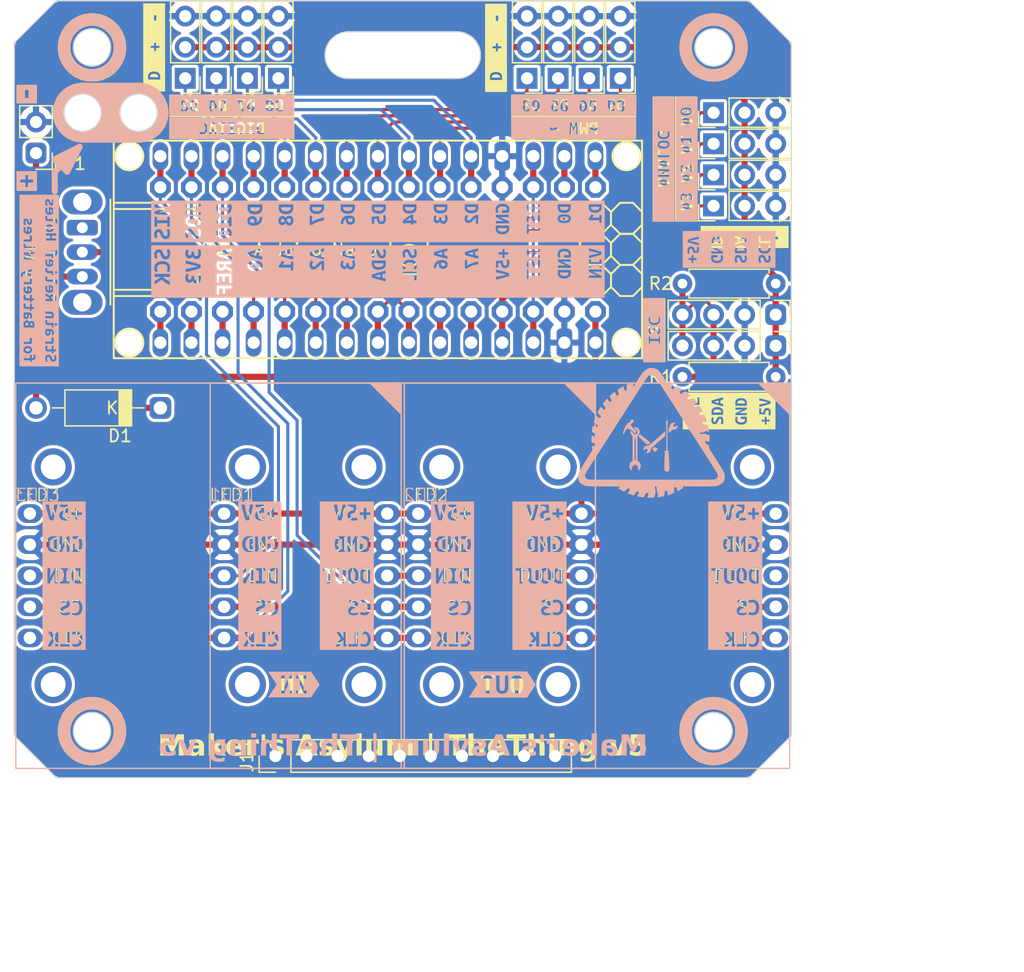
<source format=kicad_pcb>
(kicad_pcb (version 20240108) (generator "pcbnew") (generator_version "8.0")
  (title_block (title "TheThing") (date "2024-09-02") (rev "v5") (company "Maker's Asylum"))
  (layers (0 "F.Cu" signal) (31 "B.Cu" signal) (36 "B.SilkS" user "B.Silkscreen") (37 "F.SilkS" user "F.Silkscreen") (38 "B.Mask" user) (39 "F.Mask" user) (44 "Edge.Cuts" user))
  (net 0 "")
  (net 1 "/SCL")
  (net 2 "/SDA")
  (net 3 "GND")
  (net 4 "5V")
  (net 5 "/D5")
  (net 6 "/D6")
  (net 7 "D2")
  (net 8 "D4")
  (net 9 "/D9")
  (net 10 "/D10")
  (net 11 "/MOSI")
  (net 12 "/MISO")
  (net 13 "/SCK")
  (net 14 "/RST1")
  (net 15 "/D0")
  (net 16 "/D1")
  (net 17 "/A7")
  (net 18 "/A6")
  (net 19 "/A3")
  (net 20 "/A2")
  (net 21 "D7")
  (net 22 "D8")
  (net 23 "/AREF")
  (net 24 "/3V3")
  (net 25 "/VIN")
  (net 26 "/9V")
  (net 27 "/8V3")
  (net 28 "/DOUT")
  (net 30 "D3")
  (net 31 "A0")
  (net 32 "A1")
  (footprint "BagTag:PinHeader_1x03_P2.54mm_Vertical" (layer "F.Cu") (at 90.17 52.055 180)
    (property "Reference" "J10" (hide yes))
    (property "Value" "Conn_01x03" (hide yes))
  )
  (footprint "BagTag:PinHeader_1x03_P2.54mm_Vertical" (layer "F.Cu") (at 97.79 52.055 180)
    (property "Reference" "J7" (hide yes))
    (property "Value" "Conn_01x03" (hide yes))
  )
  (footprint "BagTag:PinHeader_1x01_P2.54mm_Vertical" (layer "F.Cu") (at 67.818 71.12)
    (property "Reference" "J43" (hide yes))
    (property "Value" "A0" (hide yes))
  )
  (footprint "BagTag:PinHeader_1x01_P2.54mm_Vertical" (layer "F.Cu") (at 65.278 71.12)
    (property "Reference" "J44" (hide yes))
    (property "Value" "AREF" (hide yes))
  )
  (footprint "kibuzzard-6640BF00" (layer "F.Cu") (at 101.3206 58.6486 90)
    (property "Reference" "kibuzzard-6640BF00" (hide yes))
    (property "Value" "G***" (hide yes))
  )
  (footprint "BagTag:PinHeader_1x01_P2.54mm_Vertical" (layer "F.Cu") (at 75.438 71.12)
    (property "Reference" "J40" (hide yes))
    (property "Value" "A3" (hide yes))
  )
  (footprint "kibuzzard-6640BFA2" (layer "F.Cu") (at 66.04 54.3306)
    (property "Reference" "kibuzzard-6640BFA2" (hide yes))
    (property "Value" "G***" (hide yes))
  )
  (footprint "kibuzzard-6640C421" (layer "F.Cu") (at 59.69 49.53 90)
    (property "Reference" "kibuzzard-6640C421" (hide yes))
    (property "Value" "G***" (hide yes))
  )
  (footprint "BagTag:PinHeader_1x03_P2.54mm_Vertical" (layer "F.Cu") (at 105.41 59.944 90)
    (property "Reference" "J13" (hide yes))
    (property "Value" "Conn_01x03" (hide yes))
  )
  (footprint "BagTag:PinHeader_1x03_P2.54mm_Vertical" (layer "F.Cu") (at 62.23 52.055 180)
    (property "Reference" "J6" (hide yes))
    (property "Value" "Conn_01x03" (hide yes))
  )
  (footprint "BagTag:PinHeader_1x01_P2.54mm_Vertical" (layer "F.Cu") (at 88.138 60.96)
    (property "Reference" "J49" (hide yes))
    (property "Value" "GND2" (hide yes))
  )
  (footprint "BagTag:PinHeader_1x01_P2.54mm_Vertical" (layer "F.Cu") (at 70.358 71.12)
    (property "Reference" "J42" (hide yes))
    (property "Value" "A1" (hide yes))
  )
  (footprint "BagTag:PinHeader_1x03_P2.54mm_Vertical" (layer "F.Cu") (at 105.41 54.864 90)
    (property "Reference" "J11" (hide yes))
    (property "Value" "Conn_01x03" (hide yes))
  )
  (footprint "BagTag:PinHeader_1x01_P2.54mm_Vertical" (layer "F.Cu") (at 85.598 60.96)
    (property "Reference" "J20" (hide yes))
    (property "Value" "D2" (hide yes))
  )
  (footprint "kibuzzard-6640BED0" (layer "F.Cu") (at 66.04 56.134)
    (property "Reference" "kibuzzard-6640BED0" (hide yes))
    (property "Value" "G***" (hide yes))
  )
  (footprint "BagTag:PinHeader_1x10_P2.54mm_Vertical" (layer "F.Cu") (at 69.601 107.442 90)
    (property "Reference" "J17")
    (property "Value" "Conn_01x10")
  )
  (footprint "BagTag:LED_matrix_8x8_M1088ASR" (layer "F.Cu") (at 95.885 92.71)
    (property "Reference" "LED2")
    (property "Value" "LED_8x8_1088")
  )
  (footprint "BagTag:PinHeader_1x03_P2.54mm_Vertical" (layer "F.Cu") (at 64.77 52.055 180)
    (property "Reference" "J5" (hide yes))
    (property "Value" "Conn_01x03" (hide yes))
  )
  (footprint "kibuzzard-6640BEF1" (layer "F.Cu") (at 93.98 56.134)
    (property "Reference" "kibuzzard-6640BEF1" (hide yes))
    (property "Value" "G***" (hide yes))
  )
  (footprint "BagTag:LED_matrix_8x8_M1088ASR" (layer "F.Cu") (at 80.01 92.71)
    (property "Reference" "LED1")
    (property "Value" "LED_8x8_1088")
  )
  (footprint "BagTag:PinHeader_1x01_P2.54mm_Vertical" (layer "F.Cu") (at 80.518 60.96)
    (property "Reference" "J22" (hide yes))
    (property "Value" "D4" (hide yes))
  )
  (footprint "BagTag:PinHeader_1x01_P2.54mm_Vertical" (layer "F.Cu") (at 77.978 71.12)
    (property "Reference" "J39" (hide yes))
    (property "Value" "A4" (hide yes))
  )
  (footprint "kibuzzard-6640BF4C" (layer "F.Cu") (at 106.68 79.248 90)
    (property "Reference" "kibuzzard-6640BF4C" (hide yes))
    (property "Value" "G***" (hide yes))
  )
  (footprint "BagTag:PinHeader_1x01_P2.54mm_Vertical" (layer "F.Cu") (at 83.058 71.12)
    (property "Reference" "J37" (hide yes))
    (property "Value" "A6" (hide yes))
  )
  (footprint "kibuzzard-6640C44A" (layer "F.Cu") (at 107.95 65.024)
    (property "Reference" "kibuzzard-6640C44A" (hide yes))
    (property "Value" "G***" (hide yes))
  )
  (footprint "BagTag:PinHeader_1x02_P2.54mm_Vertical" (layer "F.Cu") (at 50.033 58.166 180)
    (property "Reference" "BT1")
    (property "Value" "Bat")
  )
  (footprint "BagTag:PinHeader_1x04_P2.54mm_Vertical" (layer "F.Cu") (at 110.49 71.374 -90)
    (property "Reference" "J2" (hide yes))
    (property "Value" "Conn_I2C" (hide yes))
  )
  (footprint "BagTag:PinHeader_1x01_P2.54mm_Vertical" (layer "F.Cu") (at 62.738 60.96)
    (property "Reference" "J29" (hide yes))
    (property "Value" "D11" (hide yes))
  )
  (footprint "kibuzzard-6640C421" (layer "F.Cu") (at 87.63 49.567066 90)
    (property "Reference" "kibuzzard-6640C421" (hide yes))
    (property "Value" "G***" (hide yes))
  )
  (footprint "BagTag:PinHeader_1x01_P2.54mm_Vertical" (layer "F.Cu") (at 62.738 71.12)
    (property "Reference" "J47" (hide yes))
    (property "Value" "3V3" (hide yes))
  )
  (footprint "kibuzzard-6640BFF1" (layer "F.Cu") (at 103.1494 58.6486 90)
    (property "Reference" "kibuzzard-6640BFF1" (hide yes))
    (property "Value" "G***" (hide yes))
  )
  (footprint "BagTag:PinHeader_1x01_P2.54mm_Vertical" (layer "F.Cu") (at 77.978 60.96)
    (property "Reference" "J23" (hide yes))
    (property "Value" "D5" (hide yes))
  )
  (footprint "BagTag:PinHeader_1x01_P2.54mm_Vertical" (layer "F.Cu") (at 65.278 60.96)
    (property "Reference" "J28" (hide yes))
    (property "Value" "D10" (hide yes))
  )
  (footprint "BagTag:PinHeader_1x01_P2.54mm_Vertical" (layer "F.Cu") (at 93.218 60.96)
    (property "Reference" "J34" (hide yes))
    (property "Value" "D0" (hide yes))
  )
  (footprint "BagTag:PinHeader_1x04_P2.54mm_Vertical" (layer "F.Cu") (at 110.49 73.914 -90)
    (property "Reference" "J1" (hide yes))
    (property "Value" "Conn_I2C" (hide yes))
  )
  (footprint "BagTag:PinHeader_1x01_P2.54mm_Vertical" (layer "F.Cu") (at 90.678 60.96)
    (property "Reference" "J33" (hide yes))
    (property "Value" "RST1" (hide yes))
  )
  (footprint "BagTag:PinHeader_1x01_P2.54mm_Vertical" (layer "F.Cu") (at 85.598 71.12)
    (property "Reference" "J36" (hide yes))
    (property "Value" "A7" (hide yes))
  )
  (footprint "BagTag:PinHeader_1x01_P2.54mm_Vertical" (layer "F.Cu") (at 93.218 71.12)
    (property "Reference" "J48" (hide yes))
    (property "Value" "GND1" (hide yes))
  )
  (footprint "BagTag:kibuzzard-6461CA60" (layer "F.Cu") (at 71.12 101.6)
    (property "Reference" "kibuzzard-6461CA60" (hide yes))
    (property "Value" "G***" (hide yes))
  )
  (footprint "BagTag:PinHeader_1x01_P2.54mm_Vertical" (layer "F.Cu") (at 70.358 60.96)
    (property "Reference" "J26" (hide yes))
    (property "Value" "D8" (hide yes))
  )
  (footprint "BagTag:PinHeader_1x03_P2.54mm_Vertical" (layer "F.Cu") (at 105.41 57.404 90)
    (property "Reference" "J12" (hide yes))
    (property "Value" "Conn_01x03" (hide yes))
  )
  (footprint "BagTag:PinHeader_1x01_P2.54mm_Vertical" (layer "F.Cu") (at 88.138 71.12)
    (property "Reference" "J46" (hide yes))
    (property "Value" "5V" (hide yes))
  )
  (footprint "BagTag:PinHeader_1x01_P2.54mm_Vertical" (layer "F.Cu") (at 83.058 60.96)
    (property "Reference" "J21" (hide yes))
    (property "Value" "D3" (hide yes))
  )
  (footprint "BagTag:PinHeader_1x03_P2.54mm_Vertical" (layer "F.Cu") (at 69.85 52.055 180)
    (property "Reference" "J3" (hide yes))
    (property "Value" "Conn_01x03" (hide yes))
  )
  (footprint "BagTag:kibuzzard-64612FED" (layer "F.Cu") (at 49.276 53.34 90)
    (property "Reference" "kibuzzard-64612FED" (hide yes))
    (property "Value" "G***" (hide yes))
  )
  (footprint "BagTag:PinHeader_1x01_P2.54mm_Vertical" (layer "F.Cu") (at 72.898 71.12)
    (property "Reference" "J41" (hide yes))
    (property "Value" "A2" (hide yes))
  )
  (footprint "BagTag:kibuzzard-6461CA59" (layer "F.Cu") (at 88.138 101.6)
    (property "Reference" "kibuzzard-6461CA59" (hide yes))
    (property "Value" "G***" (hide yes))
  )
  (footprint "BagTag:R_Axial_DIN0207_L6.3mm_D2.5mm_P7.62mm_Horizontal" (layer "F.Cu") (at 110.49 68.834 180)
    (property "Reference" "R2")
    (property "Value" "10k")
  )
  (footprint "BagTag:PinHeader_1x01_P2.54mm_Vertical" (layer "F.Cu") (at 60.198 71.12)
    (property "Reference" "J31" (hide yes))
    (property "Value" "D13" (hide yes))
  )
  (footprint "BagTag:PinHeader_1x01_P2.54mm_Vertical" (layer "F.Cu") (at 60.198 60.96)
    (property "Reference" "J30" (hide yes))
    (property "Value" "D12" (hide yes))
  )
  (footprint "BagTag:PinHeader_1x03_P2.54mm_Vertical" (layer "F.Cu") (at 67.31 52.055 180)
    (property "Reference" "J4" (hide yes))
    (property "Value" "Conn_01x03" (hide yes))
  )
  (footprint "BagTag:PinHeader_1x01_P2.54mm_Vertical" (layer "F.Cu") (at 75.438 60.96)
    (property "Reference" "J24" (hide yes))
    (property "Value" "D6" (hide yes))
  )
  (footprint "BagTag:PinHeader_1x01_P2.54mm_Vertical" (layer "F.Cu") (at 67.818 60.96)
    (property "Reference" "J27" (hide yes))
    (property "Value" "D9" (hide yes))
  )
  (footprint "BagTag:PinHeader_1x03_P2.54mm_Vertical" (layer "F.Cu") (at 92.71 52.055 180)
    (property "Reference" "J9" (hide yes))
    (property "Value" "Conn_01x03" (hide yes))
  )
  (footprint "kibuzzard-6640C3B8" (layer "F.Cu") (at 100.584 72.644 90)
    (property "Reference" "kibuzzard-6640C3B8" (hide yes))
    (property "Value" "G***" (hide yes))
  )
  (footprint "BagTag:Arduino_Nano_v2_NoSPI" (layer "F.Cu") (at 98.298 66.04 -90)
    (property "Reference" "U1")
    (property "Value" "Arduino_Nano")
  )
  (footprint "BagTag:LED_matrix_8x8_M1088ASR" (layer "F.Cu") (at 64.135 92.71)
    (property "Reference" "LED3")
    (property "Value" "LED_8x8_1088")
  )
  (footprint "BagTag:SW_CuK_OS102011MA1QN1_SPDT_Angled" (layer "F.Cu") (at 53.816 64.262 -90)
    (property "Reference" "SW1")
    (property "Value" "ON")
  )
  (footprint "BagTag:PinHeader_1x01_P2.54mm_Vertical" (layer "F.Cu") (at 95.758 71.12)
    (property "Reference" "J45" (hide yes))
    (property "Value" "VIN" (hide yes))
  )
  (footprint "BagTag:PinHeader_1x01_P2.54mm_Vertical" (layer "F.Cu") (at 80.518 71.12)
    (property "Reference" "J38" (hide yes))
    (property "Value" "A5" (hide yes))
  )
  (footprint "BagTag:kibuzzard-64612FA6" (layer "F.Cu") (at 49.276 60.452 90)
    (property "Reference" "kibuzzard-64612FA6" (hide yes))
    (property "Value" "G***" (hide yes))
  )
  (footprint "kibuzzard-6640BFC5" (layer "F.Cu") (at 93.98 54.3306)
    (property "Reference" "kibuzzard-6640BFC5" (hide yes))
    (property "Value" "G***" (hide yes))
  )
  (footprint "BagTag:PinHeader_1x01_P2.54mm_Vertical" (layer "F.Cu") (at 72.898 60.96)
    (property "Reference" "J25" (hide yes))
    (property "Value" "D7" (hide yes))
  )
  (footprint "BagTag:PinHeader_1x03_P2.54mm_Vertical" (layer "F.Cu") (at 95.25 52.055 180)
    (property "Reference" "J8" (hide yes))
    (property "Value" "Conn_01x03" (hide yes))
  )
  (footprint "BagTag:PinHeader_1x03_P2.54mm_Vertical" (layer "F.Cu") (at 105.41 62.484 90)
    (property "Reference" "J14" (hide yes))
    (property "Value" "Conn_01x03" (hide yes))
  )
  (footprint "BagTag:PinHeader_1x01_P2.54mm_Vertical" (layer "F.Cu") (at 95.758 60.96)
    (property "Reference" "J35" (hide yes))
    (property "Value" "D1" (hide yes))
  )
  (footprint "BagTag:D_DO-41_SOD81_P10.16mm_Horizontal" (layer "F.Cu") (at 60.198 78.994 180)
    (property "Reference" "D1")
    (property "Value" "1N4001")
  )
  (footprint "BagTag:R_Axial_DIN0207_L6.3mm_D2.5mm_P7.62mm_Horizontal" (layer "F.Cu") (at 110.49 76.454 180)
    (property "Reference" "R1")
    (property "Value" "10k")
  )
  (footprint "BagTag:PinHeader_1x01_P2.54mm_Vertical" (layer "F.Cu") (at 90.678 71.12)
    (property "Reference" "J32" (hide yes))
    (property "Value" "RST1" (hide yes))
  )
  (footprint "BagTag:kibuzzard-64612FA6" (layer "B.Cu") (at 49.276 60.452 90)
    (property "Reference" "kibuzzard-64612FA6" (hide yes))
    (property "Value" "G***" (hide yes))
  )
  (footprint "kibuzzard-6640BFF1" (layer "B.Cu") (at 103.2256 58.674 90)
    (property "Reference" "kibuzzard-6640BFF1" (hide yes))
    (property "Value" "G***" (hide yes))
  )
  (footprint "kibuzzard-6640C3B8" (layer "B.Cu") (at 100.53756 72.644 90)
    (property "Reference" "kibuzzard-6640C3B8" (hide yes))
    (property "Value" "G***" (hide yes))
  )
  (footprint "BagTag:kibuzzard-646134FF" (layer "B.Cu") (at 75.438 92.71 180)
    (property "Reference" "kibuzzard-646134FF" (hide yes))
    (property "Value" "G***" (hide yes))
  )
  (footprint "kibuzzard-66412AF8" (layer "B.Cu") (at 50.292 68.58 90)
    (property "Reference" "kibuzzard-66412AF8" (hide yes))
    (property "Value" "G***" (hide yes))
  )
  (footprint "BagTag:kibuzzard-646134AD" (layer "B.Cu") (at 52.324 92.71 180)
    (property "Reference" "kibuzzard-646134AD" (hide yes))
    (property "Value" "G***" (hide yes))
  )
  (footprint "BagTag:kibuzzard-646134FF" (layer "B.Cu") (at 107.188 92.71 180)
    (property "Reference" "kibuzzard-646134FF" (hide yes))
    (property "Value" "G***" (hide yes))
  )
  (footprint "BagTag:kibuzzard-646134AD" (layer "B.Cu") (at 84.074 92.71 180)
    (property "Reference" "kibuzzard-646134AD" (hide yes))
    (property "Value" "G***" (hide yes))
  )
  (footprint "kibuzzard-6640BEF1" (layer "B.Cu") (at 93.98 56.134 180)
    (property "Reference" "kibuzzard-6640BEF1" (hide yes))
    (property "Value" "G***" (hide yes))
  )
  (footprint "kibuzzard-6640BF4C" (layer "B.Cu") (at 106.68 66.04 90)
    (property "Reference" "kibuzzard-6640BF4C" (hide yes))
    (property "Value" "G***" (hide yes))
  )
  (footprint "BagTag:MA_logo_12mmx10mm" (layer "B.Cu") (at 100.33 81.026 180)
    (property "Reference" "G***" (hide yes))
    (property "Value" "LOGO" (hide yes))
  )
  (footprint "BagTag:kibuzzard-6461377A" (layer "B.Cu") (at 77.978 63.754 -90)
    (property "Reference" "kibuzzard-6461377A" (hide yes))
    (property "Value" "G***" (hide yes))
  )
  (footprint "BagTag:kibuzzard-64612FED" (layer "B.Cu") (at 49.276 53.34 90)
    (property "Reference" "kibuzzard-64612FED" (hide yes))
    (property "Value" "G***" (hide yes))
  )
  (footprint "BagTag:kibuzzard-6461376B" (layer "B.Cu") (at 77.978 67.8434 -90)
    (property "Reference" "kibuzzard-6461376B" (hide yes))
    (property "Value" "G***" (hide yes))
  )
  (footprint "BagTag:kibuzzard-646134AD" (layer "B.Cu") (at 68.326 92.71 180)
    (property "Reference" "kibuzzard-646134AD" (hide yes))
    (property "Value" "G***" (hide yes))
  )
  (footprint "kibuzzard-6640BFA2" (layer "B.Cu") (at 66.04 54.2544 180)
    (property "Reference" "kibuzzard-6640BFA2" (hide yes))
    (property "Value" "G***" (hide yes))
  )
  (footprint "kibuzzard-6640BED0" (layer "B.Cu") (at 66.04 56.134 180)
    (property "Reference" "kibuzzard-6640BED0" (hide yes))
    (property "Value" "G***" (hide yes))
  )
  (footprint "kibuzzard-6640BF00" (layer "B.Cu") (at 101.346 58.674 90)
    (property "Reference" "kibuzzard-6640BF00" (hide yes))
    (property "Value" "G***" (hide yes))
  )
  (footprint "BagTag:kibuzzard-6461CA4A" (layer "B.Cu") (at 71.12 101.6 180)
    (property "Reference" "kibuzzard-6461CA4A" (hide yes))
    (property "Value" "G***" (hide yes))
  )
  (footprint "BagTag:kibuzzard-6461CA6F" (layer "B.Cu") (at 88.138 101.6 180)
    (property "Reference" "kibuzzard-6461CA6F" (hide yes))
    (property "Value" "G***" (hide yes))
  )
  (footprint "BagTag:kibuzzard-646134FF" (layer "B.Cu") (at 91.186 92.71 180)
    (property "Reference" "kibuzzard-646134FF" (hide yes))
    (property "Value" "G***" (hide yes))
  )
  (footprint "kibuzzard-6640BFC5" (layer "B.Cu") (at 93.98 54.2544 180)
    (property "Reference" "kibuzzard-6640BFC5" (hide yes))
    (property "Value" "G***" (hide yes))
  )
  (gr_line (start 56.134 52.864) (end 56.134 56.864) (stroke (width 0.9)) (layer "B.SilkS"))
  (gr_circle (center 54.61 105.41) (end 56.896 105.41) (stroke (width 1.016)) (fill none) (layer "B.SilkS"))
  (gr_circle (center 54.61 49.53) (end 56.896 49.53) (stroke (width 1.016)) (fill none) (layer "B.SilkS"))
  (gr_line (start 53.848 52.864) (end 58.42 52.864) (stroke (width 0.9)) (layer "B.SilkS"))
  (gr_line (start 51.562 61.2902) (end 51.562 59.69) (stroke (width 0.5)) (layer "B.SilkS"))
  (gr_circle (center 58.42 54.864) (end 60.42 54.864) (stroke (width 0.9)) (fill none) (layer "B.SilkS"))
  (gr_poly (pts (xy 53.594 57.658) (xy 52.578 59.69) (xy 51.562 58.674)) (stroke (width 0.5)) (fill solid) (layer "B.SilkS"))
  (gr_line (start 51.562 59.69) (end 53.594 57.658) (stroke (width 0.5)) (layer "B.SilkS"))
  (gr_circle (center 105.41 49.53) (end 107.696 49.53) (stroke (width 1.016)) (fill none) (layer "B.SilkS"))
  (gr_circle (center 105.41 105.41) (end 107.696 105.41) (stroke (width 1.016)) (fill none) (layer "B.SilkS"))
  (gr_circle (center 53.848 54.864) (end 55.848 54.864) (stroke (width 0.9)) (fill none) (layer "B.SilkS"))
  (gr_line (start 53.848 56.864) (end 58.42 56.864) (stroke (width 0.9)) (layer "B.SilkS"))
  (gr_circle (center 54.61 105.41) (end 52.324 105.41) (stroke (width 1.016)) (fill none) (layer "F.SilkS"))
  (gr_circle (center 105.41 49.53) (end 103.124 49.53) (stroke (width 1.016)) (fill none) (layer "F.SilkS"))
  (gr_circle (center 105.41 105.41) (end 103.124 105.41) (stroke (width 1.016)) (fill none) (layer "F.SilkS"))
  (gr_circle (center 54.61 49.53) (end 52.324 49.53) (stroke (width 1.016)) (fill none) (layer "F.SilkS"))
  (gr_line (start 84.455 52.07) (end 75.565 52.07) (stroke (width 0.1)) (layer "Edge.Cuts"))
  (gr_line (start 48.26 61.722) (end 48.26 105.791) (stroke (width 0.1)) (layer "Edge.Cuts"))
  (gr_circle (center 105.41 49.53) (end 106.934 49.53) (stroke (width 0.1)) (fill none) (layer "Edge.Cuts"))
  (gr_circle (center 58.42 54.864) (end 59.944 54.864) (stroke (width 0.1)) (fill none) (layer "Edge.Cuts"))
  (gr_line (start 48.26 49.149) (end 51.689 45.72) (stroke (width 0.1)) (layer "Edge.Cuts"))
  (gr_line (start 51.689 45.72) (end 108.331 45.72) (stroke (width 0.1)) (layer "Edge.Cuts"))
  (gr_line (start 48.26 57.658) (end 48.26 61.722) (stroke (width 0.1)) (layer "Edge.Cuts"))
  (gr_line (start 111.76 49.149) (end 108.331 45.72) (stroke (width 0.1)) (layer "Edge.Cuts"))
  (gr_line (start 108.331 109.22) (end 111.76 105.791) (stroke (width 0.1)) (layer "Edge.Cuts"))
  (gr_arc (start 75.565 52.07) (mid 73.66 50.165) (end 75.565 48.26) (stroke (width 0.1)) (layer "Edge.Cuts"))
  (gr_circle (center 54.61 105.41) (end 56.134 105.41) (stroke (width 0.1)) (fill none) (layer "Edge.Cuts"))
  (gr_line (start 108.331 109.22) (end 51.689 109.22) (stroke (width 0.1)) (layer "Edge.Cuts"))
  (gr_circle (center 53.848 54.864) (end 55.372 54.864) (stroke (width 0.1)) (fill none) (layer "Edge.Cuts"))
  (gr_line (start 48.26 105.791) (end 51.689 109.22) (stroke (width 0.1)) (layer "Edge.Cuts"))
  (gr_line (start 111.76 49.149) (end 111.76 57.658) (stroke (width 0.1)) (layer "Edge.Cuts"))
  (gr_line (start 111.76 61.722) (end 111.76 105.791) (stroke (width 0.1)) (layer "Edge.Cuts"))
  (gr_circle (center 105.41 105.41) (end 106.934 105.41) (stroke (width 0.1)) (fill none) (layer "Edge.Cuts"))
  (gr_circle (center 54.61 49.53) (end 56.134 49.53) (stroke (width 0.1)) (fill none) (layer "Edge.Cuts"))
  (gr_line (start 111.76 61.722) (end 111.76 57.658) (stroke (width 0.1)) (layer "Edge.Cuts"))
  (gr_arc (start 84.455 48.26) (mid 86.36 50.165) (end 84.455 52.07) (stroke (width 0.1)) (layer "Edge.Cuts"))
  (gr_line (start 75.565 48.26) (end 84.455 48.26) (stroke (width 0.1)) (layer "Edge.Cuts"))
  (gr_line (start 48.26 49.149) (end 48.26 57.658) (stroke (width 0.1)) (layer "Edge.Cuts"))
  (gr_text "Maker's Asylum | TheThing v5" (at 80.01 107.696 0) (layer "B.SilkS") (effects (font (size 1.7 1.7)) (justify bottom mirror)))
  (gr_text "Maker's Asylum | TheThing v5" (at 80.01 107.696 0) (layer "F.SilkS") (effects (font (size 1.7 1.7)) (justify bottom)))
  (segment (start 103.124 66.802) (end 104.14 67.818) (width 0.254) (layer "F.Cu") (net 1))
  (segment (start 81.026 66.802) (end 103.124 66.802) (width 0.254) (layer "F.Cu") (net 1))
  (segment (start 80.518 73.66) (end 80.518 71.12) (width 0.508) (layer "F.Cu") (net 1))
  (segment (start 102.87 71.374) (end 102.87 68.834) (width 0.508) (layer "F.Cu") (net 1))
  (segment (start 79.502 68.326) (end 81.026 66.802) (width 0.254) (layer "F.Cu") (net 1))
  (segment (start 104.14 67.818) (end 104.14 70.104) (width 0.254) (layer "F.Cu") (net 1))
  (segment (start 102.87 73.914) (end 102.87 71.374) (width 0.508) (layer "F.Cu") (net 1))
  (segment (start 104.14 70.104) (end 102.87 71.374) (width 0.254) (layer "F.Cu") (net 1))
  (segment (start 79.502 70.104) (end 79.502 68.326) (width 0.254) (layer "F.Cu") (net 1))
  (segment (start 80.518 71.12) (end 79.502 70.104) (width 0.254) (layer "F.Cu") (net 1))
  (segment (start 77.978 73.66) (end 77.978 71.12) (width 0.508) (layer "F.Cu") (net 2))
  (segment (start 105.41 71.374) (end 105.41 70.866) (width 0.254) (layer "F.Cu") (net 2))
  (segment (start 104.648 70.104) (end 104.648 67.564) (width 0.254) (layer "F.Cu") (net 2))
  (segment (start 78.994 68.11558) (end 78.994 70.104) (width 0.254) (layer "F.Cu") (net 2))
  (segment (start 104.14 76.454) (end 102.87 76.454) (width 0.508) (layer "F.Cu") (net 2))
  (segment (start 104.648 67.564) (end 103.378 66.294) (width 0.254) (layer "F.Cu") (net 2))
  (segment (start 103.378 66.294) (end 80.81558 66.294) (width 0.254) (layer "F.Cu") (net 2))
  (segment (start 105.41 75.184) (end 104.14 76.454) (width 0.508) (layer "F.Cu") (net 2))
  (segment (start 80.81558 66.294) (end 78.994 68.11558) (width 0.254) (layer "F.Cu") (net 2))
  (segment (start 78.994 70.104) (end 77.978 71.12) (width 0.254) (layer "F.Cu") (net 2))
  (segment (start 105.41 70.866) (end 104.648 70.104) (width 0.254) (layer "F.Cu") (net 2))
  (segment (start 105.41 73.914) (end 105.41 75.184) (width 0.508) (layer "F.Cu") (net 2))
  (segment (start 105.41 71.374) (end 105.41 73.914) (width 0.508) (layer "F.Cu") (net 2))
  (segment (start 65.405 90.17) (end 49.53 90.17) (width 0.508) (layer "F.Cu") (net 3))
  (segment (start 65.405 90.17) (end 78.74 90.17) (width 0.508) (layer "F.Cu") (net 3))
  (segment (start 110.49 90.17) (end 94.615 90.17) (width 0.508) (layer "F.Cu") (net 3))
  (segment (start 81.28 90.17) (end 78.74 90.17) (width 0.508) (layer "F.Cu") (net 3))
  (segment (start 94.615 90.17) (end 81.28 90.17) (width 0.508) (layer "F.Cu") (net 3))
  (segment (start 88.138 56.642) (end 90.678 54.102) (width 0.508) (layer "B.Cu") (net 3))
  (segment (start 88.138 60.96) (end 88.138 58.42) (width 0.508) (layer "B.Cu") (net 3))
  (segment (start 59.197 46.975) (end 62.23 46.975) (width 0.508) (layer "B.Cu") (net 3))
  (segment (start 92.71 46.975) (end 95.25 46.975) (width 0.508) (layer "B.Cu") (net 3))
  (segment (start 58.42 47.752) (end 59.197 46.975) (width 0.508) (layer "B.Cu") (net 3))
  (segment (start 110.49 53.848) (end 109.474 52.832) (width 0.508) (layer "B.Cu") (net 3))
  (segment (start 89.408 69.0118) (end 89.408 75.4126) (width 0.254) (layer "B.Cu") (net 3))
  (segment (start 92.695 46.96) (end 92.71 46.975) (width 0.508) (layer "B.Cu") (net 3))
  (segment (start 101.6 54.102) (end 101.6 52.832) (width 0.508) (layer "B.Cu") (net 3))
  (segment (start 107.95 71.374) (end 107.95 66.675) (width 0.508) (layer "B.Cu") (net 3))
  (segment (start 88.138 60.96) (end 88.138 67.7418) (width 0.254) (layer "B.Cu") (net 3))
  (segment (start 110.49 64.135) (end 110.49 62.484) (width 0.508) (layer "B.Cu") (net 3))
  (segment (start 110.49 59.944) (end 110.49 57.404) (width 0.508) (layer "B.Cu") (net 3))
  (segment (start 92.71 46.975) (end 90.17 46.975) (width 0.508) (layer "B.Cu") (net 3))
  (segment (start 89.408 75.4126) (end 89.9414 75.946) (width 0.254) (layer "B.Cu") (net 3))
  (segment (start 50.033 55.626) (end 50.033 52.837) (width 0.508) (layer "B.Cu") (net 3))
  (segment (start 110.49 90.17) (end 103.632 90.17) (width 0.508) (layer "B.Cu") (net 3))
  (segment (start 99.807 46.975) (end 101.6 48.768) (width 0.508) (layer "B.Cu") (net 3))
  (segment (start 107.95 71.374) (end 107.95 73.914) (width 0.508) (layer "B.Cu") (net 3))
  (segment (start 97.79 46.975) (end 99.807 46.975) (width 0.508) (layer "B.Cu") (net 3))
  (segment (start 67.31 46.975) (end 69.85 46.975) (width 0.508) (layer "B.Cu") (net 3))
  (segment (start 90.678 54.102) (end 101.6 54.102) (width 0.508) (layer "B.Cu") (net 3))
  (segment (start 110.49 57.404) (end 110.49 54.864) (width 0.508) (layer "B.Cu") (net 3))
  (segment (start 95.25 46.975) (end 97.79 46.975) (width 0.508) (layer "B.Cu") (net 3))
  (segment (start 110.49 54.864) (end 110.49 53.848) (width 0.508) (layer "B.Cu") (net 3))
  (segment (start 107.95 76.708) (end 102.362 82.296) (width 0.508) (layer "B.Cu") (net 3))
  (segment (start 104.14 52.832) (end 102.87 54.102) (width 0.508) (layer "B.Cu") (net 3))
  (segment (start 109.474 52.832) (end 104.14 52.832) (width 0.508) (layer "B.Cu") (net 3))
  (segment (start 88.138 67.7418) (end 89.408 69.0118) (width 0.254) (layer "B.Cu") (net 3))
  (segment (start 92.6592 75.946) (end 93.218 75.3872) (width 0.254) (layer "B.Cu") (net 3))
  (segment (start 93.218 71.12) (end 93.218 65.532) (width 0.508) (layer "B.Cu") (net 3))
  (segment (start 50.033 52.837) (end 50.8 52.07) (width 0.508) (layer "B.Cu") (net 3))
  (segment (start 107.95 73.914) (end 107.95 76.708) (width 0.508) (layer "B.Cu") (net 3))
  (segment (start 101.6 48.768) (end 101.6 52.832) (width 0.508) (layer "B.Cu") (net 3))
  (segment (start 62.23 46.975) (end 64.77 46.975) (width 0.508) (layer "B.Cu") (net 3))
  (segment (start 101.6 54.102) (end 101.6 62.484) (width 0.508) (layer "B.Cu") (net 3))
  (segment (start 103.632 90.17) (end 102.362 88.9) (width 0.508) (layer "B.Cu") (net 3))
  (segment (start 102.87 54.102) (end 101.6 54.102) (width 0.508) (layer "B.Cu") (net 3))
  (segment (start 110.49 62.484) (end 110.49 59.944) (width 0.508) (layer "B.Cu") (net 3))
  (segment (start 93.218 65.532) (end 94.742 64.008) (width 0.508) (layer "B.Cu") (net 3))
  (segment (start 88.138 58.42) (end 88.138 56.642) (width 0.508) (layer "B.Cu") (net 3))
  (segment (start 58.42 51.054) (end 58.42 47.752) (width 0.508) (layer "B.Cu") (net 3))
  (segment (start 64.77 46.975) (end 67.31 46.975) (width 0.508) (layer "B.Cu") (net 3))
  (segment (start 93.218 75.3872) (end 93.218 73.66) (width 0.254) (layer "B.Cu") (net 3))
  (segment (start 90.17 46.975) (end 69.85 46.975) (width 0.508) (layer "B.Cu") (net 3))
  (segment (start 50.8 52.07) (end 57.404 52.07) (width 0.508) (layer "B.Cu") (net 3))
  (segment (start 89.9414 75.946) (end 92.6592 75.946) (width 0.254) (layer "B.Cu") (net 3))
  (segment (start 102.362 82.296) (end 102.362 88.9) (width 0.508) (layer "B.Cu") (net 3))
  (segment (start 101.6 62.484) (end 100.076 64.008) (width 0.508) (layer "B.Cu") (net 3))
  (segment (start 93.218 73.66) (end 93.218 71.12) (width 0.508) (layer "B.Cu") (net 3))
  (segment (start 57.404 52.07) (end 58.42 51.054) (width 0.508) (layer "B.Cu") (net 3))
  (segment (start 100.076 64.008) (end 94.742 64.008) (width 0.508) (layer "B.Cu") (net 3))
  (segment (start 107.95 66.675) (end 110.49 64.135) (width 0.508) (layer "B.Cu") (net 3))
  (segment (start 95.25 49.515) (end 97.79 49.515) (width 0.508) (layer "F.Cu") (net 4))
  (segment (start 110.49 78.486) (end 105.918 83.058) (width 0.508) (layer "F.Cu") (net 4))
  (segment (start 49.53 87.63) (end 65.405 87.63) (width 0.508) (layer "F.Cu") (net 4))
  (segment (start 71.135 49.515) (end 73.66 46.99) (width 0.508) (layer "F.Cu") (net 4))
  (segment (start 110.49 71.374) (end 110.49 73.914) (width 0.508) (layer "F.Cu") (net 4))
  (segment (start 94.615 86.487) (end 94.615 87.63) (width 0.508) (layer "F.Cu") (net 4))
  (segment (start 78.74 87.63) (end 81.28 87.63) (width 0.508) (layer "F.Cu") (net 4))
  (segment (start 107.95 57.404) (end 107.95 59.944) (width 0.508) (layer "F.Cu") (net 4))
  (segment (start 106.934 52.832) (end 102.235 52.832) (width 0.508) (layer "F.Cu") (net 4))
  (segment (start 88.138 73.66) (end 88.138 71.12) (width 0.508) (layer "F.Cu") (net 4))
  (segment (start 107.95 54.864) (end 107.95 53.848) (width 0.508) (layer "F.Cu") (net 4))
  (segment (start 107.95 62.484) (end 107.95 65.786) (width 0.508) (layer "F.Cu") (net 4))
  (segment (start 92.695 49.5) (end 92.71 49.515) (width 0.508) (layer "F.Cu") (net 4))
  (segment (start 107.95 65.786) (end 110.49 68.326) (width 0.508) (layer "F.Cu") (net 4))
  (segment (start 102.235 52.832) (end 98.918 49.515) (width 0.508) (layer "F.Cu") (net 4))
  (segment (start 73.66 46.99) (end 86.106 46.99) (width 0.508) (layer "F.Cu") (net 4))
  (segment (start 98.918 49.515) (end 97.79 49.515) (width 0.508) (layer "F.Cu") (net 4))
  (segment (start 86.106 46.99) (end 88.616 49.5) (width 0.508) (layer "F.Cu") (net 4))
  (segment (start 107.95 54.864) (end 107.95 57.404) (width 0.508) (layer "F.Cu") (net 4))
  (segment (start 95.504 85.598) (end 94.615 86.487) (width 0.508) (layer "F.Cu") (net 4))
  (segment (start 100.838 77.47) (end 100.838 83.058) (width 0.508) (layer "F.Cu") (net 4))
  (segment (start 100.838 77.47) (end 100.838 71.12) (width 0.508) (layer "F.Cu") (net 4))
  (segment (start 107.95 53.848) (end 106.934 52.832) (width 0.508) (layer "F.Cu") (net 4))
  (segment (start 64.77 49.515) (end 67.31 49.515) (width 0.508) (layer "F.Cu") (net 4))
  (segment (start 107.95 59.944) (end 107.95 62.484) (width 0.508) (layer "F.Cu") (net 4))
  (segment (start 88.138 70.104) (end 88.138 71.12) (width 0.508) (layer "F.Cu") (net 4))
  (segment (start 65.405 87.63) (end 78.74 87.63) (width 0.508) (layer "F.Cu") (net 4))
  (segment (start 90.17 49.5) (end 92.695 49.5) (width 0.508) (layer "F.Cu") (net 4))
  (segment (start 110.49 76.454) (end 110.49 78.486) (width 0.508) (layer "F.Cu") (net 4))
  (segment (start 62.23 49.515) (end 64.77 49.515) (width 0.508) (layer "F.Cu") (net 4))
  (segment (start 92.71 49.515) (end 95.25 49.515) (width 0.508) (layer "F.Cu") (net 4))
  (segment (start 88.9 69.342) (end 88.138 70.104) (width 0.508) (layer "F.Cu") (net 4))
  (segment (start 69.85 49.515) (end 71.135 49.515) (width 0.508) (layer "F.Cu") (net 4))
  (segment (start 67.31 49.515) (end 69.85 49.515) (width 0.508) (layer "F.Cu") (net 4))
  (segment (start 99.06 69.342) (end 88.9 69.342) (width 0.508) (layer "F.Cu") (net 4))
  (segment (start 110.49 68.834) (end 110.49 71.374) (width 0.508) (layer "F.Cu") (net 4))
  (segment (start 110.49 68.326) (end 110.49 68.834) (width 0.508) (layer "F.Cu") (net 4))
  (segment (start 110.49 73.914) (end 110.49 76.454) (width 0.508) (layer "F.Cu") (net 4))
  (segment (start 100.838 83.058) (end 98.298 85.598) (width 0.508) (layer "F.Cu") (net 4))
  (segment (start 88.616 49.5) (end 90.17 49.5) (width 0.508) (layer "F.Cu") (net 4))
  (segment (start 81.28 87.63) (end 110.49 87.63) (width 0.508) (layer "F.Cu") (net 4))
  (segment (start 98.298 85.598) (end 95.504 85.598) (width 0.508) (layer "F.Cu") (net 4))
  (segment (start 105.918 83.058) (end 100.838 83.058) (width 0.508) (layer "F.Cu") (net 4))
  (segment (start 100.838 71.12) (end 99.06 69.342) (width 0.508) (layer "F.Cu") (net 4))
  (segment (start 77.978 56.896) (end 79.248 55.626) (width 0.254) (layer "F.Cu") (net 5))
  (segment (start 79.248 55.626) (end 92.837 55.626) (width 0.254) (layer "F.Cu") (net 5))
  (segment (start 92.837 55.626) (end 95.25 53.213) (width 0.254) (layer "F.Cu") (net 5))
  (segment (start 77.978 60.96) (end 77.978 58.42) (width 0.508) (layer "F.Cu") (net 5))
  (segment (start 95.25 53.213) (end 95.25 52.055) (width 0.254) (layer "F.Cu") (net 5))
  (segment (start 77.978 58.42) (end 77.978 56.896) (width 0.254) (layer "F.Cu") (net 5))
  (segment (start 75.438 58.42) (end 75.438 60.96) (width 0.508) (layer "F.Cu") (net 6))
  (segment (start 75.438 56.896) (end 77.216 55.118) (width 0.254) (layer "F.Cu") (net 6))
  (segment (start 77.216 55.118) (end 90.678 55.118) (width 0.254) (layer "F.Cu") (net 6))
  (segment (start 90.678 55.118) (end 92.71 53.086) (width 0.254) (layer "F.Cu") (net 6))
  (segment (start 75.438 58.42) (end 75.438 56.896) (width 0.254) (layer "F.Cu") (net 6))
  (segment (start 92.71 53.086) (end 92.71 52.055) (width 0.254) (layer "F.Cu") (net 6))
  (segment (start 85.598 58.42) (end 85.598 60.96) (width 0.508) (layer "F.Cu") (net 7))
  (segment (start 69.85 53.34) (end 69.85 52.055) (width 0.254) (layer "B.Cu") (net 7))
  (segment (start 85.598 56.896) (end 82.55 53.848) (width 0.254) (layer "B.Cu") (net 7))
  (segment (start 82.55 53.848) (end 70.358 53.848) (width 0.254) (layer "B.Cu") (net 7))
  (segment (start 70.358 53.848) (end 69.85 53.34) (width 0.254) (layer "B.Cu") (net 7))
  (segment (start 85.598 58.42) (end 85.598 56.896) (width 0.254) (layer "B.Cu") (net 7))
  (segment (start 80.518 58.42) (end 80.518 60.96) (width 0.508) (layer "F.Cu") (net 8))
  (segment (start 68.58 54.61) (end 67.31 53.34) (width 0.254) (layer "B.Cu") (net 8))
  (segment (start 80.518 58.42) (end 80.518 56.896) (width 0.254) (layer "B.Cu") (net 8))
  (segment (start 67.31 53.34) (end 67.31 52.055) (width 0.254) (layer "B.Cu") (net 8))
  (segment (start 80.518 56.896) (end 78.232 54.61) (width 0.254) (layer "B.Cu") (net 8))
  (segment (start 78.232 54.61) (end 68.58 54.61) (width 0.254) (layer "B.Cu") (net 8))
  (segment (start 67.818 56.896) (end 70.104 54.61) (width 0.254) (layer "F.Cu") (net 9))
  (segment (start 67.818 58.42) (end 67.818 56.896) (width 0.254) (layer "F.Cu") (net 9))
  (segment (start 70.104 54.61) (end 88.646 54.61) (width 0.254) (layer "F.Cu") (net 9))
  (segment (start 88.646 54.61) (end 90.17 53.086) (width 0.254) (layer "F.Cu") (net 9))
  (segment (start 67.818 60.96) (end 67.818 58.42) (width 0.508) (layer "F.Cu") (net 9))
  (segment (start 90.17 53.086) (end 90.17 52.04) (width 0.254) (layer "F.Cu") (net 9))
  (segment (start 49.53 95.25) (end 65.405 95.25) (width 0.508) (layer "F.Cu") (net 10))
  (segment (start 78.74 95.25) (end 81.28 95.25) (width 0.508) (layer "F.Cu") (net 10))
  (segment (start 65.278 58.42) (end 65.278 60.96) (width 0.508) (layer "F.Cu") (net 10))
  (segment (start 81.28 95.25) (end 94.615 95.25) (width 0.508) (layer "F.Cu") (net 10))
  (segment (start 94.615 95.25) (end 110.49 95.25) (width 0.508) (layer "F.Cu") (net 10))
  (segment (start 65.405 95.25) (end 78.74 95.25) (width 0.508) (layer "F.Cu") (net 10))
  (segment (start 71.374 80.01) (end 71.374 89.408) (width 0.254) (layer "B.Cu") (net 10))
  (segment (start 65.278 60.96) (end 65.278 64.897) (width 0.254) (layer "B.Cu") (net 10))
  (segment (start 71.374 89.408) (end 77.216 95.25) (width 0.254) (layer "B.Cu") (net 10))
  (segment (start 69.088 68.707) (end 69.088 77.724) (width 0.254) (layer "B.Cu") (net 10))
  (segment (start 69.088 77.724) (end 71.374 80.01) (width 0.254) (layer "B.Cu") (net 10))
  (segment (start 77.216 95.25) (end 78.74 95.25) (width 0.254) (layer "B.Cu") (net 10))
  (segment (start 65.278 64.897) (end 69.088 68.707) (width 0.254) (layer "B.Cu") (net 10))
  (segment (start 94.615 97.79) (end 81.28 97.79) (width 0.508) (layer "F.Cu") (net 11))
  (segment (start 110.49 97.79) (end 94.615 97.79) (width 0.508) (layer "F.Cu") (net 11))
  (segment (start 65.405 97.79) (end 49.53 97.79) (width 0.508) (layer "F.Cu") (net 11))
  (segment (start 78.74 97.79) (end 65.405 97.79) (width 0.508) (layer "F.Cu") (net 11))
  (segment (start 81.28 97.79) (end 78.74 97.79) (width 0.508) (layer "F.Cu") (net 11))
  (segment (start 62.738 60.96) (end 62.738 58.42) (width 0.508) (layer "F.Cu") (net 11))
  (segment (start 66.548 67.31) (end 66.548 76.2) (width 0.254) (layer "B.Cu") (net 11))
  (segment (start 70.612 93.98) (end 66.802 97.79) (width 0.254) (layer "B.Cu") (net 11))
  (segment (start 70.612 80.264) (end 70.612 93.98) (width 0.254) (layer "B.Cu") (net 11))
  (segment (start 66.548 76.2) (end 70.612 80.264) (width 0.254) (layer "B.Cu") (net 11))
  (segment (start 62.738 63.5) (end 66.548 67.31) (width 0.254) (layer "B.Cu") (net 11))
  (segment (start 66.802 97.79) (end 65.405 97.79) (width 0.254) (layer "B.Cu") (net 11))
  (segment (start 62.738 60.96) (end 62.738 63.5) (width 0.254) (layer "B.Cu") (net 11))
  (segment (start 49.53 92.71) (end 65.405 92.71) (width 0.508) (layer "F.Cu") (net 12))
  (segment (start 60.198 60.96) (end 60.198 58.42) (width 0.508) (layer "F.Cu") (net 12))
  (segment (start 66.675 92.71) (end 65.405 92.71) (width 0.254) (layer "B.Cu") (net 12))
  (segment (start 69.85 89.535) (end 66.675 92.71) (width 0.254) (layer "B.Cu") (net 12))
  (segment (start 69.85 80.518) (end 69.85 89.535) (width 0.254) (layer "B.Cu") (net 12))
  (segment (start 63.969 65.8105) (end 63.969 74.637) (width 0.254) (layer "B.Cu") (net 12))
  (segment (start 60.198 62.0395) (end 63.969 65.8105) (width 0.254) (layer "B.Cu") (net 12))
  (segment (start 60.198 60.96) (end 60.198 62.0395) (width 0.254) (layer "B.Cu") (net 12))
  (segment (start 63.969 74.637) (end 69.85 80.518) (width 0.254) (layer "B.Cu") (net 12))
  (segment (start 60.198 73.66) (end 60.198 71.12) (width 0.508) (layer "F.Cu") (net 13))
  (segment (start 90.678 73.66) (end 90.678 71.12) (width 0.508) (layer "F.Cu") (net 14))
  (segment (start 90.678 58.42) (end 90.678 60.96) (width 0.508) (layer "F.Cu") (net 14))
  (segment (start 90.678 71.12) (end 90.678 60.96) (width 0.254) (layer "B.Cu") (net 14))
  (segment (start 93.218 60.96) (end 93.218 58.42) (width 0.508) (layer "F.Cu") (net 15))
  (segment (start 95.758 58.42) (end 95.758 60.96) (width 0.508) (layer "F.Cu") (net 16))
  (segment (start 85.598 73.66) (end 85.598 71.12) (width 0.508) (layer "F.Cu") (net 17))
  (segment (start 83.058 73.66) (end 83.058 71.12) (width 0.508) (layer "F.Cu") (net 18))
  (segment (start 80.264 65.024) (end 75.438 69.85) (width 0.254) (layer "F.Cu") (net 19))
  (segment (start 103.75526 62.484) (end 101.21526 65.024) (width 0.254) (layer "F.Cu") (net 19))
  (segment (start 75.438 69.85) (end 75.438 71.12) (width 0.254) (layer "F.Cu") (net 19))
  (segment (start 75.438 73.66) (end 75.438 71.12) (width 0.508) (layer "F.Cu") (net 19))
  (segment (start 101.21526 65.024) (end 80.264 65.024) (width 0.254) (layer "F.Cu") (net 19))
  (segment (start 105.41 62.484) (end 103.75526 62.484) (width 0.254) (layer "F.Cu") (net 19))
  (segment (start 78.232 64.516) (end 72.898 69.85) (width 0.254) (layer "F.Cu") (net 20))
  (segment (start 72.898 69.85) (end 72.898 71.12) (width 0.254) (layer "F.Cu") (net 20))
  (segment (start 103.378 62.14284) (end 101.00484 64.516) (width 0.254) (layer "F.Cu") (net 20))
  (segment (start 72.898 73.66) (end 72.898 71.12) (width 0.508) (layer "F.Cu") (net 20))
  (segment (start 101.00484 64.516) (end 78.232 64.516) (width 0.254) (layer "F.Cu") (net 20))
  (segment (start 104.394 59.944) (end 103.378 60.96) (width 0.254) (layer "F.Cu") (net 20))
  (segment (start 105.41 59.944) (end 104.394 59.944) (width 0.254) (layer "F.Cu") (net 20))
  (segment (start 103.378 60.96) (end 103.378 62.14284) (width 0.254) (layer "F.Cu") (net 20))
  (segment (start 72.898 60.96) (end 72.898 58.42) (width 0.508) (layer "F.Cu") (net 21))
  (segment (start 72.898 56.896) (end 71.374 55.372) (width 0.254) (layer "B.Cu") (net 21))
  (segment (start 66.802 55.372) (end 64.77 53.34) (width 0.254) (layer "B.Cu") (net 21))
  (segment (start 71.374 55.372) (end 66.802 55.372) (width 0.254) (layer "B.Cu") (net 21))
  (segment (start 64.77 53.34) (end 64.77 52.055) (width 0.254) (layer "B.Cu") (net 21))
  (segment (start 72.898 58.42) (end 72.898 56.896) (width 0.254) (layer "B.Cu") (net 21))
  (segment (start 70.358 58.42) (end 70.358 60.96) (width 0.508) (layer "F.Cu") (net 22))
  (segment (start 69.596 56.134) (end 65.024 56.134) (width 0.254) (layer "B.Cu") (net 22))
  (segment (start 70.358 56.896) (end 69.596 56.134) (width 0.254) (layer "B.Cu") (net 22))
  (segment (start 62.23 53.34) (end 62.23 52.055) (width 0.254) (layer "B.Cu") (net 22))
  (segment (start 65.024 56.134) (end 62.23 53.34) (width 0.254) (layer "B.Cu") (net 22))
  (segment (start 70.358 58.42) (end 70.358 56.896) (width 0.254) (layer "B.Cu") (net 22))
  (segment (start 65.278 73.66) (end 65.278 71.12) (width 0.508) (layer "F.Cu") (net 23))
  (segment (start 62.738 73.66) (end 62.738 71.12) (width 0.508) (layer "F.Cu") (net 24))
  (segment (start 94.488 76.454) (end 95.758 75.184) (width 0.508) (layer "F.Cu") (net 25))
  (segment (start 56.134 76.454) (end 94.488 76.454) (width 0.508) (layer "F.Cu") (net 25))
  (segment (start 53.816 66.262) (end 55.848 66.262) (width 0.508) (layer "F.Cu") (net 25))
  (segment (start 95.758 75.184) (end 95.758 73.66) (width 0.508) (layer "F.Cu") (net 25))
  (segment (start 55.372 72.644) (end 55.372 75.692) (width 0.508) (layer "F.Cu") (net 25))
  (segment (start 95.758 73.66) (end 95.758 71.12) (width 0.508) (layer "F.Cu") (net 25))
  (segment (start 57.15 67.564) (end 57.15 70.866) (width 0.508) (layer "F.Cu") (net 25))
  (segment (start 55.848 66.262) (end 57.15 67.564) (width 0.508) (layer "F.Cu") (net 25))
  (segment (start 57.15 70.866) (end 55.372 72.644) (width 0.508) (layer "F.Cu") (net 25))
  (segment (start 55.372 75.692) (end 56.134 76.454) (width 0.508) (layer "F.Cu") (net 25))
  (segment (start 49.276 76.708) (end 49.276 60.452) (width 0.508) (layer "F.Cu") (net 26))
  (segment (start 50.033 59.695) (end 49.276 60.452) (width 0.508) (layer "F.Cu") (net 26))
  (segment (start 50.033 58.166) (end 50.033 59.695) (width 0.508) (layer "F.Cu") (net 26))
  (segment (start 50.038 78.994) (end 50.038 77.47) (width 0.508) (layer "F.Cu") (net 26))
  (segment (start 50.038 77.47) (end 49.276 76.708) (width 0.508) (layer "F.Cu") (net 26))
  (segment (start 50.546 74.422) (end 55.118 78.994) (width 0.508) (layer "F.Cu") (net 27))
  (segment (start 55.118 78.994) (end 60.198 78.994) (width 0.508) (layer "F.Cu") (net 27))
  (segment (start 51.372 68.262) (end 50.546 69.088) (width 0.508) (layer "F.Cu") (net 27))
  (segment (start 50.546 69.088) (end 50.546 74.422) (width 0.508) (layer "F.Cu") (net 27))
  (segment (start 53.816 68.262) (end 51.372 68.262) (width 0.508) (layer "F.Cu") (net 27))
  (segment (start 78.74 92.71) (end 81.28 92.71) (width 0.508) (layer "F.Cu") (net 28))
  (segment (start 94.615 92.71) (end 85.09 92.71) (width 0.508) (layer "F.Cu") (net 28))
  (segment (start 81.28 92.71) (end 85.09 92.71) (width 0.508) (layer "F.Cu") (net 28))
  (segment (start 83.058 60.96) (end 83.058 58.42) (width 0.508) (layer "F.Cu") (net 30))
  (segment (start 83.058 58.42) (end 83.058 56.896) (width 0.254) (layer "F.Cu") (net 30))
  (segment (start 97.79 53.213) (end 97.79 52.055) (width 0.254) (layer "F.Cu") (net 30))
  (segment (start 94.869 56.134) (end 97.79 53.213) (width 0.254) (layer "F.Cu") (net 30))
  (segment (start 83.82 56.134) (end 94.869 56.134) (width 0.254) (layer "F.Cu") (net 30))
  (segment (start 83.058 56.896) (end 83.82 56.134) (width 0.254) (layer "F.Cu") (net 30))
  (segment (start 102.362 56.896) (end 102.362 61.722) (width 0.254) (layer "F.Cu") (net 31))
  (segment (start 74.168 63.5) (end 67.818 69.85) (width 0.254) (layer "F.Cu") (net 31))
  (segment (start 67.818 73.66) (end 67.818 71.12) (width 0.508) (layer "F.Cu") (net 31))
  (segment (start 104.394 54.864) (end 102.362 56.896) (width 0.254) (layer "F.Cu") (net 31))
  (segment (start 100.584 63.5) (end 74.168 63.5) (width 0.254) (layer "F.Cu") (net 31))
  (segment (start 105.41 54.864) (end 104.394 54.864) (width 0.254) (layer "F.Cu") (net 31))
  (segment (start 67.818 69.85) (end 67.818 71.12) (width 0.254) (layer "F.Cu") (net 31))
  (segment (start 102.362 61.722) (end 100.584 63.5) (width 0.254) (layer "F.Cu") (net 31))
  (segment (start 104.394 57.404) (end 102.87 58.928) (width 0.254) (layer "F.Cu") (net 32))
  (segment (start 100.79442 64.008) (end 76.2 64.008) (width 0.254) (layer "F.Cu") (net 32))
  (segment (start 70.358 69.85) (end 70.358 71.12) (width 0.254) (layer "F.Cu") (net 32))
  (segment (start 102.87 61.93242) (end 100.79442 64.008) (width 0.254) (layer "F.Cu") (net 32))
  (segment (start 70.358 73.66) (end 70.358 71.12) (width 0.508) (layer "F.Cu") (net 32))
  (segment (start 76.2 64.008) (end 70.358 69.85) (width 0.254) (layer "F.Cu") (net 32))
  (segment (start 105.41 57.404) (end 104.394 57.404) (width 0.254) (layer "F.Cu") (net 32))
  (segment (start 102.87 58.928) (end 102.87 61.93242) (width 0.254) (layer "F.Cu") (net 32))
  (zone (net 3) (net_name "GND") (layer "B.Cu") (connect_pads (clearance 0.25)) (min_thickness 0.25) (fill yes (thermal_gap 0.5) (thermal_bridge_width 0.5) (smoothing chamfer) (radius 0.3))
    (polygon (pts (xy 48.26 45.72) (xy 111.76 45.72) (xy 111.76 109.22) (xy 48.26 109.22)))
  )
)
</source>
